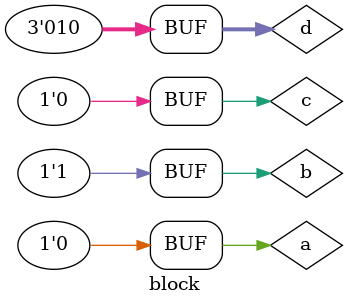
<source format=v>
module block;

reg a, b, c; 
reg [2:0] d;

initial	
	$monitor($time," a = %b, b = %b c = %b d = %b",
					a, b, c, d);

initial
begin
	a = 1'b0;
	b = #10 1'b1;
	c = #5 1'b0;
	d = #20 {a, b, c};
end
endmodule

</source>
